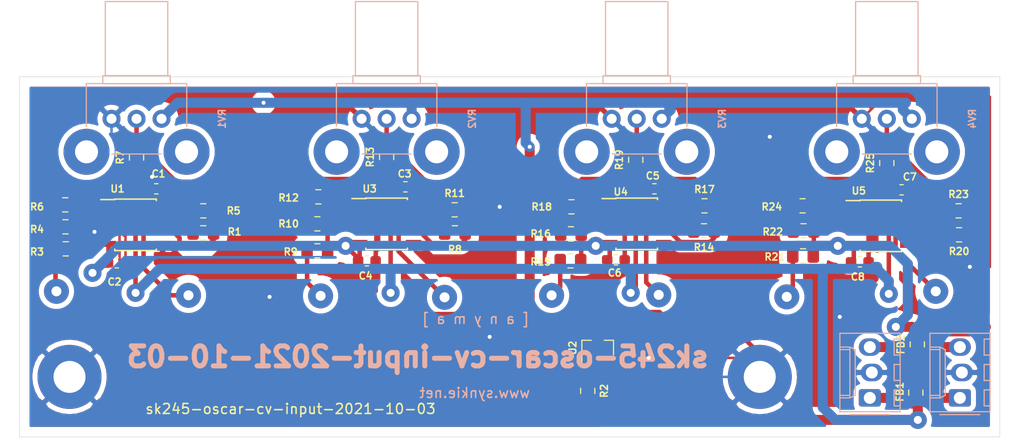
<source format=kicad_pcb>
(kicad_pcb (version 20171130) (host pcbnew "(5.1.5-0-10_14)")
  (layers (0 F.Cu signal) (31 B.Cu signal) (34 B.Paste user) (35 F.Paste user) (36 B.SilkS user) (37 F.SilkS user) (38 B.Mask user) (39 F.Mask user) (44 Edge.Cuts user))
  (net 0 "")
  (net 1 GND)
  (net 2 +5V)
  (net 3 -5V)
  (net 4 "Net-(FB1-Pad1)")
  (net 5 "Net-(FB2-Pad1)")
  (net 6 "Net-(J2-Pad1)")
  (net 7 "Net-(J3-Pad1)")
  (net 8 "Net-(R1-Pad1)")
  (net 9 +1V0)
  (net 10 "Net-(R3-Pad1)")
  (net 11 "Net-(R4-Pad1)")
  (net 12 "Net-(R7-Pad2)")
  (net 13 "Net-(J5-Pad1)")
  (net 14 "Net-(J6-Pad1)")
  (net 15 "Net-(R11-Pad2)")
  (net 16 "Net-(R10-Pad2)")
  (net 17 "Net-(R10-Pad1)")
  (net 18 "Net-(R13-Pad2)")
  (net 19 "Net-(J7-Pad1)")
  (net 20 "Net-(J8-Pad1)")
  (net 21 "Net-(R14-Pad1)")
  (net 22 "Net-(R15-Pad1)")
  (net 23 "Net-(R16-Pad1)")
  (net 24 "Net-(R19-Pad2)")
  (net 25 "Net-(J9-Pad1)")
  (net 26 "Net-(J10-Pad1)")
  (net 27 "Net-(R20-Pad1)")
  (net 28 "Net-(R21-Pad1)")
  (net 29 "Net-(R22-Pad1)")
  (net 30 "Net-(R25-Pad2)")
  (module synkie_footprints:L_0805_2012Metric_Pad1.15x1.40mm_HandSolder (layer F.Cu) (at 162.75 139.75 90)
    (fp_text reference FB2 (at 0 -1.65 90) (layer F.SilkS) (effects (font (size 0.7 0.7))))
    (fp_text value Ferrite_Bead)
    (pad 1 smd roundrect (at -1.025 0 90) (size 1.15 1.4) (layers F.Cu F.Paste F.Mask) (roundrect_rratio 0.217391) (net 5 "Net-(FB2-Pad1)"))
    (pad 2 smd roundrect (at 1.025 0 90) (size 1.15 1.4) (layers F.Cu F.Paste F.Mask) (roundrect_rratio 0.217391) (net 3 -5V))
  )
  (module synkie_footprints:SOT-23 (layer F.Cu) (at 130.8 140.1 90)
    (fp_text reference U2 (at 0 -2.5 90) (layer F.SilkS) (effects (font (size 0.7 0.7))))
    (fp_text value ADR510)
    (pad 3 smd rect (at 1 0 90) (size 0.9 0.8) (layers F.Cu F.Paste F.Mask))
    (pad 2 smd rect (at -1 0.95 90) (size 0.9 0.8) (layers F.Cu F.Paste F.Mask) (net 1 GND))
    (pad 1 smd rect (at -1 -0.95 90) (size 0.9 0.8) (layers F.Cu F.Paste F.Mask) (net 9 +1V0))
  )
  (module synkie_footprints:R_0805_2012Metric_Pad1.15x1.40mm_HandSolder (layer F.Cu) (at 129.8 144.4 270)
    (fp_text reference R2 (at 0 -1.65 90) (layer F.SilkS) (effects (font (size 0.7 0.7))))
    (fp_text value 10k)
    (pad 2 smd roundrect (at 1.025 0 270) (size 1.15 1.4) (layers F.Cu F.Paste F.Mask) (roundrect_rratio 0.217391) (net 2 +5V))
    (pad 1 smd roundrect (at -1.025 0 270) (size 1.15 1.4) (layers F.Cu F.Paste F.Mask) (roundrect_rratio 0.217391) (net 9 +1V0))
  )
  (module MountingHole:MountingHole_3.2mm_M3_Pad (layer F.Cu) (at 147 143)
    (fp_text reference H2 hide)
    (fp_text value MountingHole_Pad)
    (pad 1 thru_hole circle (at 0 0) (size 6.4 6.4) (drill 3.2) (layers *.Cu *.Mask) (net 1 GND))
  )
  (module MountingHole:MountingHole_3.2mm_M3_Pad (layer F.Cu) (at 78 143)
    (fp_text reference H1 hide)
    (fp_text value MountingHole_Pad)
    (pad 1 thru_hole circle (at 0 0) (size 6.4 6.4) (drill 3.2) (layers *.Cu *.Mask) (net 1 GND))
  )
  (module synkie_footprints:SOIC-8_3.9x4.9mm_P1.27mm (layer F.Cu) (at 159.1 127.9)
    (fp_text reference U5 (at -2.2 -3.5) (layer F.SilkS) (effects (font (size 0.7 0.7))))
    (fp_text value TL062)
    (pad 8 smd rect (at 2.7 -1.905) (size 1.55 0.6) (layers F.Cu F.Paste F.Mask) (net 2 +5V))
    (pad 7 smd rect (at 2.7 -0.635) (size 1.55 0.6) (layers F.Cu F.Paste F.Mask) (net 26 "Net-(J10-Pad1)"))
    (pad 6 smd rect (at 2.7 0.635) (size 1.55 0.6) (layers F.Cu F.Paste F.Mask) (net 27 "Net-(R20-Pad1)"))
    (pad 5 smd rect (at 2.7 1.905) (size 1.55 0.6) (layers F.Cu F.Paste F.Mask) (net 1 GND))
    (pad 4 smd rect (at -2.7 1.905) (size 1.55 0.6) (layers F.Cu F.Paste F.Mask) (net 3 -5V))
    (pad 3 smd rect (at -2.7 0.635) (size 1.55 0.6) (layers F.Cu F.Paste F.Mask) (net 1 GND))
    (pad 2 smd rect (at -2.7 -0.635) (size 1.55 0.6) (layers F.Cu F.Paste F.Mask) (net 28 "Net-(R21-Pad1)"))
    (pad 1 smd rect (at -2.7 -1.905) (size 1.55 0.6) (layers F.Cu F.Paste F.Mask) (net 29 "Net-(R22-Pad1)"))
  )
  (module synkie_footprints:Potentiometer_Alps_RK09K_Single_Horizontal (layer B.Cu) (at 157.2 117.2 90)
    (fp_text reference RV4 (at 0 11.05 90) (layer B.SilkS) (effects (font (size 0.7 0.7)) (justify mirror)))
    (fp_text value R_POT)
    (pad "" thru_hole circle (at -3.3 -2.5 90) (size 4.6 4.6) (drill 2.3) (layers *.Cu *.Mask))
    (pad "" thru_hole circle (at -3.3 7.5 90) (size 4.6 4.6) (drill 2.3) (layers *.Cu *.Mask))
    (pad 1 thru_hole circle (at 0 0 90) (size 1.8 1.8) (drill 1) (layers *.Cu *.Mask) (net 1 GND))
    (pad 2 thru_hole circle (at 0 2.5 90) (size 1.8 1.8) (drill 1) (layers *.Cu *.Mask) (net 30 "Net-(R25-Pad2)"))
    (pad 3 thru_hole circle (at 0 5 90) (size 1.8 1.8) (drill 1) (layers *.Cu *.Mask) (net 9 +1V0))
  )
  (module synkie_footprints:R_0805_2012Metric_Pad1.15x1.40mm_HandSolder (layer F.Cu) (at 159.7 121.625 90)
    (fp_text reference R25 (at 0 -1.65 90) (layer F.SilkS) (effects (font (size 0.7 0.7))))
    (fp_text value 10k)
    (pad 2 smd roundrect (at 1.025 0 90) (size 1.15 1.4) (layers F.Cu F.Paste F.Mask) (roundrect_rratio 0.217391) (net 30 "Net-(R25-Pad2)"))
    (pad 1 smd roundrect (at -1.025 0 90) (size 1.15 1.4) (layers F.Cu F.Paste F.Mask) (roundrect_rratio 0.217391) (net 28 "Net-(R21-Pad1)"))
  )
  (module synkie_footprints:R_0805_2012Metric_Pad1.15x1.40mm_HandSolder (layer F.Cu) (at 151.275 125.9)
    (fp_text reference R24 (at -3.075 0.1) (layer F.SilkS) (effects (font (size 0.7 0.7))))
    (fp_text value 10k)
    (pad 2 smd roundrect (at 1.025 0) (size 1.15 1.4) (layers F.Cu F.Paste F.Mask) (roundrect_rratio 0.217391) (net 29 "Net-(R22-Pad1)"))
    (pad 1 smd roundrect (at -1.025 0) (size 1.15 1.4) (layers F.Cu F.Paste F.Mask) (roundrect_rratio 0.217391) (net 27 "Net-(R20-Pad1)"))
  )
  (module synkie_footprints:R_0805_2012Metric_Pad1.15x1.40mm_HandSolder (layer F.Cu) (at 166.875 126.4)
    (fp_text reference R23 (at 0 -1.65) (layer F.SilkS) (effects (font (size 0.7 0.7))))
    (fp_text value 100k)
    (pad 2 smd roundrect (at 1.025 0) (size 1.15 1.4) (layers F.Cu F.Paste F.Mask) (roundrect_rratio 0.217391) (net 27 "Net-(R20-Pad1)"))
    (pad 1 smd roundrect (at -1.025 0) (size 1.15 1.4) (layers F.Cu F.Paste F.Mask) (roundrect_rratio 0.217391) (net 26 "Net-(J10-Pad1)"))
  )
  (module synkie_footprints:R_0805_2012Metric_Pad1.15x1.40mm_HandSolder (layer F.Cu) (at 151.375 128.4)
    (fp_text reference R22 (at -3.075 0.1) (layer F.SilkS) (effects (font (size 0.7 0.7))))
    (fp_text value 10k)
    (pad 2 smd roundrect (at 1.025 0) (size 1.15 1.4) (layers F.Cu F.Paste F.Mask) (roundrect_rratio 0.217391) (net 28 "Net-(R21-Pad1)"))
    (pad 1 smd roundrect (at -1.025 0) (size 1.15 1.4) (layers F.Cu F.Paste F.Mask) (roundrect_rratio 0.217391) (net 29 "Net-(R22-Pad1)"))
  )
  (module synkie_footprints:R_0805_2012Metric_Pad1.15x1.40mm_HandSolder (layer F.Cu) (at 151.325 130.9 180)
    (fp_text reference R21 (at 2.825 -0.1) (layer F.SilkS) (effects (font (size 0.7 0.7))))
    (fp_text value 10k)
    (pad 2 smd roundrect (at 1.025 0 180) (size 1.15 1.4) (layers F.Cu F.Paste F.Mask) (roundrect_rratio 0.217391) (net 25 "Net-(J9-Pad1)"))
    (pad 1 smd roundrect (at -1.025 0 180) (size 1.15 1.4) (layers F.Cu F.Paste F.Mask) (roundrect_rratio 0.217391) (net 28 "Net-(R21-Pad1)"))
  )
  (module synkie_footprints:R_0805_2012Metric_Pad1.15x1.40mm_HandSolder (layer F.Cu) (at 166.925 128.8 180)
    (fp_text reference R20 (at 0 -1.65) (layer F.SilkS) (effects (font (size 0.7 0.7))))
    (fp_text value 100k)
    (pad 2 smd roundrect (at 1.025 0 180) (size 1.15 1.4) (layers F.Cu F.Paste F.Mask) (roundrect_rratio 0.217391) (net 2 +5V))
    (pad 1 smd roundrect (at -1.025 0 180) (size 1.15 1.4) (layers F.Cu F.Paste F.Mask) (roundrect_rratio 0.217391) (net 27 "Net-(R20-Pad1)"))
  )
  (module synkie_footprints:Solderpad_1mm (layer F.Cu) (at 165.1 134.7)
    (fp_text reference J10 hide)
    (fp_text value "CV-OUT(-5V to +5V)")
    (pad 1 thru_hole circle (at -0.508 -0.254) (size 2.5 2.5) (drill 1) (layers *.Cu *.Mask) (net 26 "Net-(J10-Pad1)"))
  )
  (module synkie_footprints:Solderpad_1mm (layer F.Cu) (at 150.208 135.254)
    (fp_text reference J9 hide)
    (fp_text value "CV-IN-(0V-1V)")
    (pad 1 thru_hole circle (at -0.508 -0.254) (size 2.5 2.5) (drill 1) (layers *.Cu *.Mask) (net 25 "Net-(J9-Pad1)"))
  )
  (module synkie_footprints:C_0603_1608Metric_Pad1.05x0.95mm_HandSolder (layer F.Cu) (at 157 131.5)
    (fp_text reference C8 (at -0.2 1.5) (layer F.SilkS) (effects (font (size 0.7 0.7))))
    (fp_text value 100n)
    (pad 2 smd roundrect (at 0.875 0) (size 1.05 0.95) (layers F.Cu F.Paste F.Mask) (net 1 GND))
    (pad 1 smd roundrect (at -0.875 0) (size 1.05 0.95) (layers F.Cu F.Paste F.Mask) (net 3 -5V))
  )
  (module synkie_footprints:C_0603_1608Metric_Pad1.05x0.95mm_HandSolder (layer F.Cu) (at 161.175 124.3 180)
    (fp_text reference C7 (at -0.825 1.3) (layer F.SilkS) (effects (font (size 0.7 0.7))))
    (fp_text value 100n)
    (pad 2 smd roundrect (at 0.875 0 180) (size 1.05 0.95) (layers F.Cu F.Paste F.Mask) (net 1 GND))
    (pad 1 smd roundrect (at -0.875 0 180) (size 1.05 0.95) (layers F.Cu F.Paste F.Mask) (net 2 +5V))
  )
  (module synkie_footprints:SOIC-8_3.9x4.9mm_P1.27mm (layer F.Cu) (at 134.7 127.7)
    (fp_text reference U4 (at -1.6 -3.2) (layer F.SilkS) (effects (font (size 0.7 0.7))))
    (fp_text value TL062)
    (pad 8 smd rect (at 2.7 -1.905) (size 1.55 0.6) (layers F.Cu F.Paste F.Mask) (net 2 +5V))
    (pad 7 smd rect (at 2.7 -0.635) (size 1.55 0.6) (layers F.Cu F.Paste F.Mask) (net 20 "Net-(J8-Pad1)"))
    (pad 6 smd rect (at 2.7 0.635) (size 1.55 0.6) (layers F.Cu F.Paste F.Mask) (net 21 "Net-(R14-Pad1)"))
    (pad 5 smd rect (at 2.7 1.905) (size 1.55 0.6) (layers F.Cu F.Paste F.Mask) (net 1 GND))
    (pad 4 smd rect (at -2.7 1.905) (size 1.55 0.6) (layers F.Cu F.Paste F.Mask) (net 3 -5V))
    (pad 3 smd rect (at -2.7 0.635) (size 1.55 0.6) (layers F.Cu F.Paste F.Mask) (net 1 GND))
    (pad 2 smd rect (at -2.7 -0.635) (size 1.55 0.6) (layers F.Cu F.Paste F.Mask) (net 22 "Net-(R15-Pad1)"))
    (pad 1 smd rect (at -2.7 -1.905) (size 1.55 0.6) (layers F.Cu F.Paste F.Mask) (net 23 "Net-(R16-Pad1)"))
  )
  (module synkie_footprints:Potentiometer_Alps_RK09K_Single_Horizontal (layer B.Cu) (at 132.2 117.2 90)
    (fp_text reference RV3 (at 0 11.05 90) (layer B.SilkS) (effects (font (size 0.7 0.7)) (justify mirror)))
    (fp_text value R_POT)
    (pad "" thru_hole circle (at -3.3 -2.5 90) (size 4.6 4.6) (drill 2.3) (layers *.Cu *.Mask))
    (pad "" thru_hole circle (at -3.3 7.5 90) (size 4.6 4.6) (drill 2.3) (layers *.Cu *.Mask))
    (pad 1 thru_hole circle (at 0 0 90) (size 1.8 1.8) (drill 1) (layers *.Cu *.Mask) (net 1 GND))
    (pad 2 thru_hole circle (at 0 2.5 90) (size 1.8 1.8) (drill 1) (layers *.Cu *.Mask) (net 24 "Net-(R19-Pad2)"))
    (pad 3 thru_hole circle (at 0 5 90) (size 1.8 1.8) (drill 1) (layers *.Cu *.Mask) (net 9 +1V0))
  )
  (module synkie_footprints:R_0805_2012Metric_Pad1.15x1.40mm_HandSolder (layer F.Cu) (at 134.6 121.3 90)
    (fp_text reference R19 (at 0 -1.65 90) (layer F.SilkS) (effects (font (size 0.7 0.7))))
    (fp_text value 10k)
    (pad 2 smd roundrect (at 1.025 0 90) (size 1.15 1.4) (layers F.Cu F.Paste F.Mask) (roundrect_rratio 0.217391) (net 24 "Net-(R19-Pad2)"))
    (pad 1 smd roundrect (at -1.025 0 90) (size 1.15 1.4) (layers F.Cu F.Paste F.Mask) (roundrect_rratio 0.217391) (net 22 "Net-(R15-Pad1)"))
  )
  (module synkie_footprints:R_0805_2012Metric_Pad1.15x1.40mm_HandSolder (layer F.Cu) (at 128.175 126)
    (fp_text reference R18 (at -2.975 0) (layer F.SilkS) (effects (font (size 0.7 0.7))))
    (fp_text value 10k)
    (pad 2 smd roundrect (at 1.025 0) (size 1.15 1.4) (layers F.Cu F.Paste F.Mask) (roundrect_rratio 0.217391) (net 23 "Net-(R16-Pad1)"))
    (pad 1 smd roundrect (at -1.025 0) (size 1.15 1.4) (layers F.Cu F.Paste F.Mask) (roundrect_rratio 0.217391) (net 21 "Net-(R14-Pad1)"))
  )
  (module synkie_footprints:R_0805_2012Metric_Pad1.15x1.40mm_HandSolder (layer F.Cu) (at 141.475 125.9)
    (fp_text reference R17 (at 0 -1.65) (layer F.SilkS) (effects (font (size 0.7 0.7))))
    (fp_text value 100k)
    (pad 2 smd roundrect (at 1.025 0) (size 1.15 1.4) (layers F.Cu F.Paste F.Mask) (roundrect_rratio 0.217391) (net 21 "Net-(R14-Pad1)"))
    (pad 1 smd roundrect (at -1.025 0) (size 1.15 1.4) (layers F.Cu F.Paste F.Mask) (roundrect_rratio 0.217391) (net 20 "Net-(J8-Pad1)"))
  )
  (module synkie_footprints:R_0805_2012Metric_Pad1.15x1.40mm_HandSolder (layer F.Cu) (at 128.125 128.7)
    (fp_text reference R16 (at -3.025 0) (layer F.SilkS) (effects (font (size 0.7 0.7))))
    (fp_text value 10k)
    (pad 2 smd roundrect (at 1.025 0) (size 1.15 1.4) (layers F.Cu F.Paste F.Mask) (roundrect_rratio 0.217391) (net 22 "Net-(R15-Pad1)"))
    (pad 1 smd roundrect (at -1.025 0) (size 1.15 1.4) (layers F.Cu F.Paste F.Mask) (roundrect_rratio 0.217391) (net 23 "Net-(R16-Pad1)"))
  )
  (module synkie_footprints:R_0805_2012Metric_Pad1.15x1.40mm_HandSolder (layer F.Cu) (at 128.075 131.4 180)
    (fp_text reference R15 (at 2.975 -0.1) (layer F.SilkS) (effects (font (size 0.7 0.7))))
    (fp_text value 10k)
    (pad 2 smd roundrect (at 1.025 0 180) (size 1.15 1.4) (layers F.Cu F.Paste F.Mask) (roundrect_rratio 0.217391) (net 19 "Net-(J7-Pad1)"))
    (pad 1 smd roundrect (at -1.025 0 180) (size 1.15 1.4) (layers F.Cu F.Paste F.Mask) (roundrect_rratio 0.217391) (net 22 "Net-(R15-Pad1)"))
  )
  (module synkie_footprints:R_0805_2012Metric_Pad1.15x1.40mm_HandSolder (layer F.Cu) (at 141.425 128.4 180)
    (fp_text reference R14 (at 0 -1.65) (layer F.SilkS) (effects (font (size 0.7 0.7))))
    (fp_text value 100k)
    (pad 2 smd roundrect (at 1.025 0 180) (size 1.15 1.4) (layers F.Cu F.Paste F.Mask) (roundrect_rratio 0.217391) (net 2 +5V))
    (pad 1 smd roundrect (at -1.025 0 180) (size 1.15 1.4) (layers F.Cu F.Paste F.Mask) (roundrect_rratio 0.217391) (net 21 "Net-(R14-Pad1)"))
  )
  (module synkie_footprints:Solderpad_1mm (layer F.Cu) (at 137.408 135.054)
    (fp_text reference J8 hide)
    (fp_text value "CV-OUT(-5V to +5V)")
    (pad 1 thru_hole circle (at -0.508 -0.254) (size 2.5 2.5) (drill 1) (layers *.Cu *.Mask) (net 20 "Net-(J8-Pad1)"))
  )
  (module synkie_footprints:Solderpad_1mm (layer F.Cu) (at 126.7 135.1)
    (fp_text reference J7 hide)
    (fp_text value "CV-IN-(0V-1V)")
    (pad 1 thru_hole circle (at -0.508 -0.254) (size 2.5 2.5) (drill 1) (layers *.Cu *.Mask) (net 19 "Net-(J7-Pad1)"))
  )
  (module synkie_footprints:C_0603_1608Metric_Pad1.05x0.95mm_HandSolder (layer F.Cu) (at 132.625 131.3)
    (fp_text reference C6 (at -0.125 1.3) (layer F.SilkS) (effects (font (size 0.7 0.7))))
    (fp_text value 100n)
    (pad 2 smd roundrect (at 0.875 0) (size 1.05 0.95) (layers F.Cu F.Paste F.Mask) (net 1 GND))
    (pad 1 smd roundrect (at -0.875 0) (size 1.05 0.95) (layers F.Cu F.Paste F.Mask) (net 3 -5V))
  )
  (module synkie_footprints:C_0603_1608Metric_Pad1.05x0.95mm_HandSolder (layer F.Cu) (at 136.475 124.2 180)
    (fp_text reference C5 (at 0.175 1.3) (layer F.SilkS) (effects (font (size 0.7 0.7))))
    (fp_text value 100n)
    (pad 2 smd roundrect (at 0.875 0 180) (size 1.05 0.95) (layers F.Cu F.Paste F.Mask) (net 1 GND))
    (pad 1 smd roundrect (at -0.875 0 180) (size 1.05 0.95) (layers F.Cu F.Paste F.Mask) (net 2 +5V))
  )
  (module synkie_footprints:SOIC-8_3.9x4.9mm_P1.27mm (layer F.Cu) (at 109.7 127.7)
    (fp_text reference U3 (at -1.7 -3.5) (layer F.SilkS) (effects (font (size 0.7 0.7))))
    (fp_text value TL062)
    (pad 8 smd rect (at 2.7 -1.905) (size 1.55 0.6) (layers F.Cu F.Paste F.Mask) (net 2 +5V))
    (pad 7 smd rect (at 2.7 -0.635) (size 1.55 0.6) (layers F.Cu F.Paste F.Mask) (net 14 "Net-(J6-Pad1)"))
    (pad 6 smd rect (at 2.7 0.635) (size 1.55 0.6) (layers F.Cu F.Paste F.Mask) (net 15 "Net-(R11-Pad2)"))
    (pad 5 smd rect (at 2.7 1.905) (size 1.55 0.6) (layers F.Cu F.Paste F.Mask) (net 1 GND))
    (pad 4 smd rect (at -2.7 1.905) (size 1.55 0.6) (layers F.Cu F.Paste F.Mask) (net 3 -5V))
    (pad 3 smd rect (at -2.7 0.635) (size 1.55 0.6) (layers F.Cu F.Paste F.Mask) (net 1 GND))
    (pad 2 smd rect (at -2.7 -0.635) (size 1.55 0.6) (layers F.Cu F.Paste F.Mask) (net 16 "Net-(R10-Pad2)"))
    (pad 1 smd rect (at -2.7 -1.905) (size 1.55 0.6) (layers F.Cu F.Paste F.Mask) (net 17 "Net-(R10-Pad1)"))
  )
  (module synkie_footprints:Potentiometer_Alps_RK09K_Single_Horizontal (layer B.Cu) (at 107.2 117.2 90)
    (fp_text reference RV2 (at 0 11.05 90) (layer B.SilkS) (effects (font (size 0.7 0.7)) (justify mirror)))
    (fp_text value R_POT)
    (pad "" thru_hole circle (at -3.3 -2.5 90) (size 4.6 4.6) (drill 2.3) (layers *.Cu *.Mask))
    (pad "" thru_hole circle (at -3.3 7.5 90) (size 4.6 4.6) (drill 2.3) (layers *.Cu *.Mask))
    (pad 1 thru_hole circle (at 0 0 90) (size 1.8 1.8) (drill 1) (layers *.Cu *.Mask) (net 1 GND))
    (pad 2 thru_hole circle (at 0 2.5 90) (size 1.8 1.8) (drill 1) (layers *.Cu *.Mask) (net 18 "Net-(R13-Pad2)"))
    (pad 3 thru_hole circle (at 0 5 90) (size 1.8 1.8) (drill 1) (layers *.Cu *.Mask) (net 9 +1V0))
  )
  (module synkie_footprints:R_0805_2012Metric_Pad1.15x1.40mm_HandSolder (layer F.Cu) (at 109.7 121.025 90)
    (fp_text reference R13 (at 0 -1.65 90) (layer F.SilkS) (effects (font (size 0.7 0.7))))
    (fp_text value 10k)
    (pad 2 smd roundrect (at 1.025 0 90) (size 1.15 1.4) (layers F.Cu F.Paste F.Mask) (roundrect_rratio 0.217391) (net 18 "Net-(R13-Pad2)"))
    (pad 1 smd roundrect (at -1.025 0 90) (size 1.15 1.4) (layers F.Cu F.Paste F.Mask) (roundrect_rratio 0.217391) (net 16 "Net-(R10-Pad2)"))
  )
  (module synkie_footprints:R_0805_2012Metric_Pad1.15x1.40mm_HandSolder (layer F.Cu) (at 102.875 125)
    (fp_text reference R12 (at -2.975 0.1) (layer F.SilkS) (effects (font (size 0.7 0.7))))
    (fp_text value 10k)
    (pad 2 smd roundrect (at 1.025 0) (size 1.15 1.4) (layers F.Cu F.Paste F.Mask) (roundrect_rratio 0.217391) (net 17 "Net-(R10-Pad1)"))
    (pad 1 smd roundrect (at -1.025 0) (size 1.15 1.4) (layers F.Cu F.Paste F.Mask) (roundrect_rratio 0.217391) (net 15 "Net-(R11-Pad2)"))
  )
  (module synkie_footprints:R_0805_2012Metric_Pad1.15x1.40mm_HandSolder (layer F.Cu) (at 116.5 126.3)
    (fp_text reference R11 (at 0 -1.65) (layer F.SilkS) (effects (font (size 0.7 0.7))))
    (fp_text value 100k)
    (pad 2 smd roundrect (at 1.025 0) (size 1.15 1.4) (layers F.Cu F.Paste F.Mask) (roundrect_rratio 0.217391) (net 15 "Net-(R11-Pad2)"))
    (pad 1 smd roundrect (at -1.025 0) (size 1.15 1.4) (layers F.Cu F.Paste F.Mask) (roundrect_rratio 0.217391) (net 14 "Net-(J6-Pad1)"))
  )
  (module synkie_footprints:R_0805_2012Metric_Pad1.15x1.40mm_HandSolder (layer F.Cu) (at 102.775 127.7)
    (fp_text reference R10 (at -2.875 0) (layer F.SilkS) (effects (font (size 0.7 0.7))))
    (fp_text value 10k)
    (pad 2 smd roundrect (at 1.025 0) (size 1.15 1.4) (layers F.Cu F.Paste F.Mask) (roundrect_rratio 0.217391) (net 16 "Net-(R10-Pad2)"))
    (pad 1 smd roundrect (at -1.025 0) (size 1.15 1.4) (layers F.Cu F.Paste F.Mask) (roundrect_rratio 0.217391) (net 17 "Net-(R10-Pad1)"))
  )
  (module synkie_footprints:R_0805_2012Metric_Pad1.15x1.40mm_HandSolder (layer F.Cu) (at 102.775 130.4 180)
    (fp_text reference R9 (at 2.675 -0.1) (layer F.SilkS) (effects (font (size 0.7 0.7))))
    (fp_text value 10k)
    (pad 2 smd roundrect (at 1.025 0 180) (size 1.15 1.4) (layers F.Cu F.Paste F.Mask) (roundrect_rratio 0.217391) (net 13 "Net-(J5-Pad1)"))
    (pad 1 smd roundrect (at -1.025 0 180) (size 1.15 1.4) (layers F.Cu F.Paste F.Mask) (roundrect_rratio 0.217391) (net 16 "Net-(R10-Pad2)"))
  )
  (module synkie_footprints:R_0805_2012Metric_Pad1.15x1.40mm_HandSolder (layer F.Cu) (at 116.525 128.6 180)
    (fp_text reference R8 (at 0 -1.65) (layer F.SilkS) (effects (font (size 0.7 0.7))))
    (fp_text value 100k)
    (pad 2 smd roundrect (at 1.025 0 180) (size 1.15 1.4) (layers F.Cu F.Paste F.Mask) (roundrect_rratio 0.217391) (net 2 +5V))
    (pad 1 smd roundrect (at -1.025 0 180) (size 1.15 1.4) (layers F.Cu F.Paste F.Mask) (roundrect_rratio 0.217391) (net 15 "Net-(R11-Pad2)"))
  )
  (module synkie_footprints:Solderpad_1mm (layer F.Cu) (at 116 135.3)
    (fp_text reference J6 hide)
    (fp_text value "CV-OUT(-5V to +5V)")
    (pad 1 thru_hole circle (at -0.508 -0.254) (size 2.5 2.5) (drill 1) (layers *.Cu *.Mask) (net 14 "Net-(J6-Pad1)"))
  )
  (module synkie_footprints:Solderpad_1mm (layer F.Cu) (at 103.608 135.154)
    (fp_text reference J5 hide)
    (fp_text value "CV-IN-(0V-1V)")
    (pad 1 thru_hole circle (at -0.508 -0.254) (size 2.5 2.5) (drill 1) (layers *.Cu *.Mask) (net 13 "Net-(J5-Pad1)"))
  )
  (module synkie_footprints:C_0603_1608Metric_Pad1.05x0.95mm_HandSolder (layer F.Cu) (at 107.725 131.4)
    (fp_text reference C4 (at -0.125 1.5) (layer F.SilkS) (effects (font (size 0.7 0.7))))
    (fp_text value 100n)
    (pad 2 smd roundrect (at 0.875 0) (size 1.05 0.95) (layers F.Cu F.Paste F.Mask) (net 1 GND))
    (pad 1 smd roundrect (at -0.875 0) (size 1.05 0.95) (layers F.Cu F.Paste F.Mask) (net 3 -5V))
  )
  (module synkie_footprints:C_0603_1608Metric_Pad1.05x0.95mm_HandSolder (layer F.Cu) (at 111.575 124 180)
    (fp_text reference C3 (at 0.075 1.3) (layer F.SilkS) (effects (font (size 0.7 0.7))))
    (fp_text value 100n)
    (pad 2 smd roundrect (at 0.875 0 180) (size 1.05 0.95) (layers F.Cu F.Paste F.Mask) (net 1 GND))
    (pad 1 smd roundrect (at -0.875 0 180) (size 1.05 0.95) (layers F.Cu F.Paste F.Mask) (net 2 +5V))
  )
  (module synkie_footprints:SOIC-8_3.9x4.9mm_P1.27mm (layer F.Cu) (at 84.6 127.8)
    (fp_text reference U1 (at -1.8 -3.6) (layer F.SilkS) (effects (font (size 0.7 0.7))))
    (fp_text value TL062)
    (pad 8 smd rect (at 2.7 -1.905) (size 1.55 0.6) (layers F.Cu F.Paste F.Mask) (net 2 +5V))
    (pad 7 smd rect (at 2.7 -0.635) (size 1.55 0.6) (layers F.Cu F.Paste F.Mask) (net 7 "Net-(J3-Pad1)"))
    (pad 6 smd rect (at 2.7 0.635) (size 1.55 0.6) (layers F.Cu F.Paste F.Mask) (net 8 "Net-(R1-Pad1)"))
    (pad 5 smd rect (at 2.7 1.905) (size 1.55 0.6) (layers F.Cu F.Paste F.Mask) (net 1 GND))
    (pad 4 smd rect (at -2.7 1.905) (size 1.55 0.6) (layers F.Cu F.Paste F.Mask) (net 3 -5V))
    (pad 3 smd rect (at -2.7 0.635) (size 1.55 0.6) (layers F.Cu F.Paste F.Mask) (net 1 GND))
    (pad 2 smd rect (at -2.7 -0.635) (size 1.55 0.6) (layers F.Cu F.Paste F.Mask) (net 10 "Net-(R3-Pad1)"))
    (pad 1 smd rect (at -2.7 -1.905) (size 1.55 0.6) (layers F.Cu F.Paste F.Mask) (net 11 "Net-(R4-Pad1)"))
  )
  (module synkie_footprints:Potentiometer_Alps_RK09K_Single_Horizontal (layer B.Cu) (at 82.2 117.2 90)
    (fp_text reference RV1 (at 0 11.05 90) (layer B.SilkS) (effects (font (size 0.7 0.7)) (justify mirror)))
    (fp_text value R_POT)
    (pad "" thru_hole circle (at -3.3 -2.5 90) (size 4.6 4.6) (drill 2.3) (layers *.Cu *.Mask))
    (pad "" thru_hole circle (at -3.3 7.5 90) (size 4.6 4.6) (drill 2.3) (layers *.Cu *.Mask))
    (pad 1 thru_hole circle (at 0 0 90) (size 1.8 1.8) (drill 1) (layers *.Cu *.Mask) (net 1 GND))
    (pad 2 thru_hole circle (at 0 2.5 90) (size 1.8 1.8) (drill 1) (layers *.Cu *.Mask) (net 12 "Net-(R7-Pad2)"))
    (pad 3 thru_hole circle (at 0 5 90) (size 1.8 1.8) (drill 1) (layers *.Cu *.Mask) (net 9 +1V0))
  )
  (module synkie_footprints:R_0805_2012Metric_Pad1.15x1.40mm_HandSolder (layer F.Cu) (at 84.7 121.075 90)
    (fp_text reference R7 (at 0 -1.65 90) (layer F.SilkS) (effects (font (size 0.7 0.7))))
    (fp_text value 10k)
    (pad 2 smd roundrect (at 1.025 0 90) (size 1.15 1.4) (layers F.Cu F.Paste F.Mask) (roundrect_rratio 0.217391) (net 12 "Net-(R7-Pad2)"))
    (pad 1 smd roundrect (at -1.025 0 90) (size 1.15 1.4) (layers F.Cu F.Paste F.Mask) (roundrect_rratio 0.217391) (net 10 "Net-(R3-Pad1)"))
  )
  (module synkie_footprints:R_0805_2012Metric_Pad1.15x1.40mm_HandSolder (layer F.Cu) (at 77.575 125.8)
    (fp_text reference R6 (at -2.825 0.2) (layer F.SilkS) (effects (font (size 0.7 0.7))))
    (fp_text value 10k)
    (pad 2 smd roundrect (at 1.025 0) (size 1.15 1.4) (layers F.Cu F.Paste F.Mask) (roundrect_rratio 0.217391) (net 11 "Net-(R4-Pad1)"))
    (pad 1 smd roundrect (at -1.025 0) (size 1.15 1.4) (layers F.Cu F.Paste F.Mask) (roundrect_rratio 0.217391) (net 8 "Net-(R1-Pad1)"))
  )
  (module synkie_footprints:R_0805_2012Metric_Pad1.15x1.40mm_HandSolder (layer F.Cu) (at 91.375 126.4)
    (fp_text reference R5 (at 3.025 0) (layer F.SilkS) (effects (font (size 0.7 0.7))))
    (fp_text value 100k)
    (pad 2 smd roundrect (at 1.025 0) (size 1.15 1.4) (layers F.Cu F.Paste F.Mask) (roundrect_rratio 0.217391) (net 8 "Net-(R1-Pad1)"))
    (pad 1 smd roundrect (at -1.025 0) (size 1.15 1.4) (layers F.Cu F.Paste F.Mask) (roundrect_rratio 0.217391) (net 7 "Net-(J3-Pad1)"))
  )
  (module synkie_footprints:R_0805_2012Metric_Pad1.15x1.40mm_HandSolder (layer F.Cu) (at 77.6 128)
    (fp_text reference R4 (at -2.85 0.25) (layer F.SilkS) (effects (font (size 0.7 0.7))))
    (fp_text value 10k)
    (pad 2 smd roundrect (at 1.025 0) (size 1.15 1.4) (layers F.Cu F.Paste F.Mask) (roundrect_rratio 0.217391) (net 10 "Net-(R3-Pad1)"))
    (pad 1 smd roundrect (at -1.025 0) (size 1.15 1.4) (layers F.Cu F.Paste F.Mask) (roundrect_rratio 0.217391) (net 11 "Net-(R4-Pad1)"))
  )
  (module synkie_footprints:R_0805_2012Metric_Pad1.15x1.40mm_HandSolder (layer F.Cu) (at 77.625 130.2 180)
    (fp_text reference R3 (at 2.875 -0.3) (layer F.SilkS) (effects (font (size 0.7 0.7))))
    (fp_text value 10k)
    (pad 2 smd roundrect (at 1.025 0 180) (size 1.15 1.4) (layers F.Cu F.Paste F.Mask) (roundrect_rratio 0.217391) (net 6 "Net-(J2-Pad1)"))
    (pad 1 smd roundrect (at -1.025 0 180) (size 1.15 1.4) (layers F.Cu F.Paste F.Mask) (roundrect_rratio 0.217391) (net 10 "Net-(R3-Pad1)"))
  )
  (module synkie_footprints:R_0805_2012Metric_Pad1.15x1.40mm_HandSolder (layer F.Cu) (at 91.375 128.6 180)
    (fp_text reference R1 (at -3.125 0.1) (layer F.SilkS) (effects (font (size 0.7 0.7))))
    (fp_text value 100k)
    (pad 2 smd roundrect (at 1.025 0 180) (size 1.15 1.4) (layers F.Cu F.Paste F.Mask) (roundrect_rratio 0.217391) (net 2 +5V))
    (pad 1 smd roundrect (at -1.025 0 180) (size 1.15 1.4) (layers F.Cu F.Paste F.Mask) (roundrect_rratio 0.217391) (net 8 "Net-(R1-Pad1)"))
  )
  (module synkie_footprints:Molex_KK-254_AE-6410-03A_1x03_P2.54mm_Vertical (layer B.Cu) (at 158 145.1 90)
    (fp_text reference J4 hide)
    (fp_text value Conn_01x03)
    (pad 3 thru_hole oval (at 5.08 0 90) (size 1.74 2.2) (drill 1.2) (layers *.Cu *.Mask) (net 5 "Net-(FB2-Pad1)"))
    (pad 2 thru_hole oval (at 2.54 0.2 90) (size 1.74 2.2) (drill 1.2) (layers *.Cu *.Mask) (net 1 GND))
    (pad 1 thru_hole roundrect (at 0 0 90) (size 1.74 2.2) (drill 1.2) (layers *.Cu *.Mask) (roundrect_rratio 0.143678) (net 4 "Net-(FB1-Pad1)"))
  )
  (module synkie_footprints:Solderpad_1mm (layer F.Cu) (at 90.4 135.1)
    (fp_text reference J3 hide)
    (fp_text value "CV-OUT(-5V to +5V)")
    (pad 1 thru_hole circle (at -0.508 -0.254) (size 2.5 2.5) (drill 1) (layers *.Cu *.Mask) (net 7 "Net-(J3-Pad1)"))
  )
  (module synkie_footprints:Solderpad_1mm (layer F.Cu) (at 77.2 134.7)
    (fp_text reference J2 hide)
    (fp_text value "CV-IN-(0V-1V)")
    (pad 1 thru_hole circle (at -0.508 -0.254) (size 2.5 2.5) (drill 1) (layers *.Cu *.Mask) (net 6 "Net-(J2-Pad1)"))
  )
  (module synkie_footprints:Molex_KK-254_AE-6410-03A_1x03_P2.54mm_Vertical (layer B.Cu) (at 167 145.1 90)
    (fp_text reference J1 hide)
    (fp_text value Conn_01x03)
    (pad 3 thru_hole oval (at 5.08 0 90) (size 1.74 2.2) (drill 1.2) (layers *.Cu *.Mask) (net 5 "Net-(FB2-Pad1)"))
    (pad 2 thru_hole oval (at 2.54 0.2 90) (size 1.74 2.2) (drill 1.2) (layers *.Cu *.Mask) (net 1 GND))
    (pad 1 thru_hole roundrect (at 0 0 90) (size 1.74 2.2) (drill 1.2) (layers *.Cu *.Mask) (roundrect_rratio 0.143678) (net 4 "Net-(FB1-Pad1)"))
  )
  (module synkie_footprints:L_0805_2012Metric_Pad1.15x1.40mm_HandSolder (layer F.Cu) (at 162.6 144.575 270)
    (fp_text reference FB1 (at -0.075 1.6 90) (layer F.SilkS) (effects (font (size 0.7 0.7))))
    (fp_text value Ferrite_Bead)
    (pad 1 smd roundrect (at -1.025 0 270) (size 1.15 1.4) (layers F.Cu F.Paste F.Mask) (roundrect_rratio 0.217391) (net 4 "Net-(FB1-Pad1)"))
    (pad 2 smd roundrect (at 1.025 0 270) (size 1.15 1.4) (layers F.Cu F.Paste F.Mask) (roundrect_rratio 0.217391) (net 2 +5V))
  )
  (module synkie_footprints:C_0603_1608Metric_Pad1.05x0.95mm_HandSolder (layer F.Cu) (at 82.725 131.6)
    (fp_text reference C2 (at -0.225 1.9) (layer F.SilkS) (effects (font (size 0.7 0.7))))
    (fp_text value 100n)
    (pad 2 smd roundrect (at 0.875 0) (size 1.05 0.95) (layers F.Cu F.Paste F.Mask) (net 1 GND))
    (pad 1 smd roundrect (at -0.875 0) (size 1.05 0.95) (layers F.Cu F.Paste F.Mask) (net 3 -5V))
  )
  (module synkie_footprints:C_0603_1608Metric_Pad1.05x0.95mm_HandSolder (layer F.Cu) (at 86.675 124.2 180)
    (fp_text reference C1 (at -0.225 1.5) (layer F.SilkS) (effects (font (size 0.7 0.7))))
    (fp_text value 100n)
    (pad 2 smd roundrect (at 0.875 0 180) (size 1.05 0.95) (layers F.Cu F.Paste F.Mask) (net 1 GND))
    (pad 1 smd roundrect (at -0.875 0 180) (size 1.05 0.95) (layers F.Cu F.Paste F.Mask) (net 2 +5V))
  )
  (gr_text www.synkie.net (at 118.5 144.6) (layer B.SilkS) (effects (font (size 1 1)) (justify mirror)))
  (gr_text "[ a n y m a ]" (at 118.6 137.2) (layer B.SilkS) (effects (font (size 1 1)) (justify mirror)))
  (gr_text sk245-oscar-cv-input-2021-10-03 (at 112.8 141) (layer B.SilkS) (effects (font (size 2 2) (thickness 0.5)) (justify mirror)))
  (gr_text sk245-oscar-cv-input-2021-10-03 (at 100.1 146.2) (layer F.SilkS) (effects (font (size 1 1))))
  (gr_line (start 73 149) (end 73 113) (layer Edge.Cuts) (width 0.05))
  (gr_line (start 171 149) (end 73 149) (layer Edge.Cuts) (width 0.05))
  (gr_line (start 171 113) (end 171 149) (layer Edge.Cuts) (width 0.05))
  (gr_line (start 73 113) (end 171 113) (layer Edge.Cuts) (width 0.05))
  (segment (start 108.6 130.925) (end 108.6 131.4) (width 0.45) (layer F.Cu) (net 1))
  (segment (start 110.35001 125.659242) (end 108.6 127.409252) (width 0.45) (layer F.Cu) (net 1))
  (segment (start 110.35001 124.04999) (end 110.35001 125.659242) (width 0.45) (layer F.Cu) (net 1))
  (segment (start 110.4 124) (end 110.35001 124.04999) (width 0.45) (layer F.Cu) (net 1))
  (segment (start 110.7 124) (end 110.4 124) (width 0.45) (layer F.Cu) (net 1))
  (segment (start 132.565 128.335) (end 132 128.335) (width 0.45) (layer F.Cu) (net 1))
  (segment (start 135.6 124.2) (end 135.6 125.3) (width 0.45) (layer F.Cu) (net 1))
  (segment (start 133.5 127.4) (end 133.5 131.3) (width 0.45) (layer F.Cu) (net 1))
  (segment (start 135.6 125.3) (end 133.5 127.4) (width 0.45) (layer F.Cu) (net 1))
  (segment (start 133.5 127.4) (end 132.565 128.335) (width 0.45) (layer F.Cu) (net 1))
  (segment (start 157.625 128.535) (end 156.4 128.535) (width 0.45) (layer F.Cu) (net 1))
  (segment (start 160.3 125.86) (end 157.625 128.535) (width 0.45) (layer F.Cu) (net 1))
  (segment (start 160.3 124.3) (end 160.3 125.86) (width 0.45) (layer F.Cu) (net 1))
  (segment (start 157.875 128.785) (end 157.875 131.5) (width 0.45) (layer F.Cu) (net 1))
  (segment (start 157.625 128.535) (end 157.875 128.785) (width 0.45) (layer F.Cu) (net 1))
  (segment (start 108.225 128.335) (end 108.49 128.6) (width 0.45) (layer F.Cu) (net 1))
  (segment (start 107 128.335) (end 108.225 128.335) (width 0.45) (layer F.Cu) (net 1))
  (segment (start 108.49 128.6) (end 108.7 128.6) (width 0.45) (layer F.Cu) (net 1))
  (segment (start 108.7 128.6) (end 108.6 130.925) (width 0.45) (layer F.Cu) (net 1))
  (segment (start 108.6 127.409252) (end 108.7 128.6) (width 0.45) (layer F.Cu) (net 1))
  (segment (start 128.753999 136.521001) (end 133.5 131.775) (width 0.45) (layer F.Cu) (net 1))
  (segment (start 112.875 129.605) (end 119.791001 136.521001) (width 0.45) (layer F.Cu) (net 1))
  (segment (start 133.5 131.775) (end 133.5 131.3) (width 0.45) (layer F.Cu) (net 1))
  (segment (start 112.4 129.605) (end 112.875 129.605) (width 0.45) (layer F.Cu) (net 1))
  (segment (start 136.978999 136.521001) (end 137.783008 137.32501) (width 0.45) (layer F.Cu) (net 1))
  (segment (start 128.278999 136.521001) (end 136.978999 136.521001) (width 0.45) (layer F.Cu) (net 1))
  (segment (start 128.278999 136.521001) (end 128.753999 136.521001) (width 0.45) (layer F.Cu) (net 1))
  (segment (start 157.85 142.56) (end 159.4 142.56) (width 0.45) (layer F.Cu) (net 1))
  (segment (start 157.67499 142.38499) (end 157.85 142.56) (width 0.45) (layer F.Cu) (net 1))
  (segment (start 160.96001 142.54999) (end 160.95 142.56) (width 0.45) (layer F.Cu) (net 1))
  (segment (start 165.63999 142.54999) (end 160.96001 142.54999) (width 0.45) (layer F.Cu) (net 1))
  (segment (start 160.95 142.56) (end 159.4 142.56) (width 0.45) (layer F.Cu) (net 1))
  (segment (start 165.65 142.56) (end 165.63999 142.54999) (width 0.45) (layer F.Cu) (net 1))
  (segment (start 167.2 142.56) (end 165.65 142.56) (width 0.45) (layer F.Cu) (net 1))
  (segment (start 137.4 130.355) (end 139.2 132.155) (width 0.45) (layer F.Cu) (net 1))
  (segment (start 137.4 129.605) (end 137.4 130.355) (width 0.45) (layer F.Cu) (net 1))
  (segment (start 139.2 132.155) (end 139.2 137.2) (width 0.45) (layer F.Cu) (net 1))
  (segment (start 137.783008 137.32501) (end 139.2 137.2) (width 0.45) (layer F.Cu) (net 1))
  (segment (start 145.4 137.2) (end 145.4 139.11) (width 0.45) (layer F.Cu) (net 1))
  (segment (start 145.4 139.11) (end 148.85 142.56) (width 0.45) (layer F.Cu) (net 1))
  (segment (start 139.2 137.2) (end 145.4 137.2) (width 0.45) (layer F.Cu) (net 1))
  (segment (start 157.875 131.975) (end 153 136.85) (width 0.25) (layer F.Cu) (net 1))
  (segment (start 157.875 131.5) (end 157.875 131.975) (width 0.25) (layer F.Cu) (net 1))
  (segment (start 153 137) (end 147 143) (width 0.25) (layer F.Cu) (net 1))
  (segment (start 153 136.85) (end 153 137) (width 0.25) (layer F.Cu) (net 1))
  (via (at 120 139) (size 0.8) (drill 0.4) (layers F.Cu B.Cu) (net 1))
  (segment (start 120.508859 136.491141) (end 120.508859 138.491141) (width 0.25) (layer F.Cu) (net 1))
  (segment (start 120.508859 138.491141) (end 120 139) (width 0.25) (layer F.Cu) (net 1))
  (segment (start 119.791001 136.521001) (end 120.508859 136.491141) (width 0.45) (layer F.Cu) (net 1))
  (segment (start 124 143) (end 147 143) (width 0.25) (layer B.Cu) (net 1))
  (segment (start 120 139) (end 124 143) (width 0.25) (layer B.Cu) (net 1))
  (segment (start 145.1 141.1) (end 147 143) (width 0.25) (layer F.Cu) (net 1))
  (segment (start 131.75 141.1) (end 135.9 141.1) (width 0.25) (layer F.Cu) (net 1))
  (segment (start 83.6 131.125) (end 83.6 131.6) (width 0.25) (layer F.Cu) (net 1))
  (segment (start 83.6 127.26783) (end 83.6 131.125) (width 0.25) (layer F.Cu) (net 1))
  (segment (start 85.8 125.06783) (end 83.6 127.26783) (width 0.25) (layer F.Cu) (net 1))
  (segment (start 85.8 124.2) (end 85.8 125.06783) (width 0.25) (layer F.Cu) (net 1))
  (segment (start 83.000001 128.510001) (end 83.000001 137.999999) (width 0.25) (layer F.Cu) (net 1))
  (segment (start 81.199999 139.800001) (end 78 143) (width 0.25) (layer F.Cu) (net 1))
  (segment (start 83.000001 137.999999) (end 81.199999 139.800001) (width 0.25) (layer F.Cu) (net 1))
  (segment (start 82.925 128.435) (end 83.000001 128.510001) (width 0.25) (layer F.Cu) (net 1))
  (segment (start 81.9 128.435) (end 82.925 128.435) (width 0.25) (layer F.Cu) (net 1))
  (segment (start 96.07 138) (end 102.479002 138) (width 0.45) (layer F.Cu) (net 1))
  (segment (start 87.775 129.705) (end 96.07 138) (width 0.45) (layer F.Cu) (net 1))
  (segment (start 87.3 129.705) (end 87.775 129.705) (width 0.45) (layer F.Cu) (net 1))
  (segment (start 122.7 136.4) (end 120.508859 136.491141) (width 0.45) (layer F.Cu) (net 1))
  (segment (start 106.278999 136.721001) (end 122.378999 136.721001) (width 0.45) (layer F.Cu) (net 1))
  (segment (start 105 138) (end 106.278999 136.721001) (width 0.45) (layer F.Cu) (net 1))
  (segment (start 122.378999 136.721001) (end 122.7 136.4) (width 0.45) (layer F.Cu) (net 1))
  (segment (start 102.479002 138) (end 105 138) (width 0.45) (layer F.Cu) (net 1))
  (segment (start 108.6 131.875) (end 108.6 131.4) (width 0.45) (layer F.Cu) (net 1))
  (segment (start 108.6 134.4) (end 108.6 131.875) (width 0.45) (layer F.Cu) (net 1))
  (segment (start 104 139) (end 108.6 134.4) (width 0.45) (layer F.Cu) (net 1))
  (segment (start 103.479002 139) (end 104 139) (width 0.45) (layer F.Cu) (net 1))
  (segment (start 102.479002 138) (end 103.479002 139) (width 0.45) (layer F.Cu) (net 1))
  (segment (start 162.275 129.805) (end 164.47 132) (width 0.25) (layer F.Cu) (net 1))
  (segment (start 170 115) (end 159.4 115) (width 0.25) (layer F.Cu) (net 1))
  (segment (start 159.4 115) (end 157.2 117.2) (width 0.25) (layer F.Cu) (net 1))
  (segment (start 161.8 129.805) (end 162.275 129.805) (width 0.25) (layer F.Cu) (net 1))
  (segment (start 170 132) (end 170 115) (width 0.25) (layer F.Cu) (net 1))
  (segment (start 164.47 132) (end 168 132) (width 0.25) (layer F.Cu) (net 1))
  (segment (start 168 132) (end 170 132) (width 0.25) (layer F.Cu) (net 1))
  (via (at 168 132) (size 0.8) (drill 0.4) (layers F.Cu B.Cu) (net 1))
  (via (at 155 137) (size 0.8) (drill 0.4) (layers F.Cu B.Cu) (net 1))
  (via (at 148 119) (size 0.8) (drill 0.4) (layers F.Cu B.Cu) (net 1))
  (segment (start 135.9 141.1) (end 145.1 141.1) (width 0.25) (layer F.Cu) (net 1))
  (via (at 135.9 141.1) (size 0.8) (drill 0.4) (layers F.Cu B.Cu) (net 1))
  (via (at 121 126) (size 0.8) (drill 0.4) (layers F.Cu B.Cu) (net 1))
  (via (at 98 135) (size 0.8) (drill 0.4) (layers F.Cu B.Cu) (net 1))
  (segment (start 80.565 128.435) (end 80.5 128.5) (width 0.25) (layer F.Cu) (net 1))
  (via (at 80.5 128.5) (size 0.8) (drill 0.4) (layers F.Cu B.Cu) (net 1))
  (segment (start 81.9 128.435) (end 80.565 128.435) (width 0.25) (layer F.Cu) (net 1))
  (segment (start 83.099999 118.099999) (end 82.2 117.2) (width 0.25) (layer B.Cu) (net 1))
  (segment (start 83.099999 125.900001) (end 83.099999 118.099999) (width 0.25) (layer B.Cu) (net 1))
  (segment (start 80.5 128.5) (end 83.099999 125.900001) (width 0.25) (layer B.Cu) (net 1))
  (segment (start 85.8 123.45) (end 86.25 123) (width 0.25) (layer F.Cu) (net 1))
  (via (at 86.25 123) (size 0.8) (drill 0.4) (layers F.Cu B.Cu) (net 1))
  (segment (start 85.8 124.2) (end 85.8 123.45) (width 0.25) (layer F.Cu) (net 1))
  (segment (start 82.2 118.95) (end 82.2 117.2) (width 0.25) (layer B.Cu) (net 1))
  (segment (start 86.25 123) (end 82.2 118.95) (width 0.25) (layer B.Cu) (net 1))
  (segment (start 87.3 124.45) (end 87.55 124.2) (width 0.45) (layer F.Cu) (net 2))
  (segment (start 87.3 125.895) (end 87.3 124.45) (width 0.45) (layer F.Cu) (net 2))
  (via (at 84.6 134.6) (size 1.8) (drill 0.8) (layers F.Cu B.Cu) (net 2))
  (segment (start 84.6 127.920748) (end 84.6 134.6) (width 0.45) (layer F.Cu) (net 2))
  (segment (start 86.625748 125.895) (end 84.6 127.920748) (width 0.45) (layer F.Cu) (net 2))
  (segment (start 87.3 125.895) (end 86.625748 125.895) (width 0.45) (layer F.Cu) (net 2))
  (segment (start 90.925 128.6) (end 90.35 128.6) (width 0.45) (layer F.Cu) (net 2))
  (segment (start 91.35001 125.670398) (end 91.35001 128.17499) (width 0.45) (layer F.Cu) (net 2))
  (segment (start 89.879612 124.2) (end 91.35001 125.670398) (width 0.45) (layer F.Cu) (net 2))
  (segment (start 91.35001 128.17499) (end 90.925 128.6) (width 0.45) (layer F.Cu) (net 2))
  (segment (start 87.55 124.2) (end 89.879612 124.2) (width 0.45) (layer F.Cu) (net 2))
  (segment (start 112.45 125.745) (end 112.4 125.795) (width 0.45) (layer F.Cu) (net 2))
  (segment (start 112.45 124) (end 112.45 125.745) (width 0.45) (layer F.Cu) (net 2))
  (segment (start 116.47501 128.19999) (end 116.075 128.6) (width 0.45) (layer F.Cu) (net 2))
  (segment (start 116.47501 125.570398) (end 116.47501 128.19999) (width 0.45) (layer F.Cu) (net 2))
  (segment (start 116.079602 125.17499) (end 116.47501 125.570398) (width 0.45) (layer F.Cu) (net 2))
  (segment (start 114.14999 125.17499) (end 116.079602 125.17499) (width 0.45) (layer F.Cu) (net 2))
  (segment (start 112.975 124) (end 114.14999 125.17499) (width 0.45) (layer F.Cu) (net 2))
  (segment (start 116.075 128.6) (end 115.5 128.6) (width 0.45) (layer F.Cu) (net 2))
  (segment (start 112.45 124) (end 112.975 124) (width 0.45) (layer F.Cu) (net 2))
  (segment (start 110.1 126.87) (end 110.1 134.6) (width 0.45) (layer F.Cu) (net 2))
  (via (at 110.1 134.6) (size 1.8) (drill 0.8) (layers F.Cu B.Cu) (net 2))
  (segment (start 111.175 125.795) (end 110.1 126.87) (width 0.45) (layer F.Cu) (net 2))
  (segment (start 112.4 125.795) (end 111.175 125.795) (width 0.45) (layer F.Cu) (net 2))
  (segment (start 140.479612 124.2) (end 141.45001 125.170398) (width 0.45) (layer F.Cu) (net 2))
  (segment (start 140.975 128.4) (end 140.4 128.4) (width 0.45) (layer F.Cu) (net 2))
  (segment (start 141.45001 127.92499) (end 140.975 128.4) (width 0.45) (layer F.Cu) (net 2))
  (segment (start 141.45001 125.170398) (end 141.45001 127.92499) (width 0.45) (layer F.Cu) (net 2))
  (segment (start 137.35 124.2) (end 140.479612 124.2) (width 0.45) (layer F.Cu) (net 2))
  (segment (start 137.4 124.25) (end 137.35 124.2) (width 0.45) (layer F.Cu) (net 2))
  (segment (start 137.4 125.795) (end 137.4 124.25) (width 0.45) (layer F.Cu) (net 2))
  (via (at 134.1 134.6) (size 1.8) (drill 0.8) (layers F.Cu B.Cu) (net 2))
  (segment (start 134.6 128.024998) (end 134.6 134.1) (width 0.45) (layer F.Cu) (net 2))
  (segment (start 134.6 134.1) (end 134.1 134.6) (width 0.45) (layer F.Cu) (net 2))
  (segment (start 136.829998 125.795) (end 134.6 128.024998) (width 0.45) (layer F.Cu) (net 2))
  (segment (start 137.4 125.795) (end 136.829998 125.795) (width 0.45) (layer F.Cu) (net 2))
  (segment (start 162.575 124.3) (end 162.05 124.3) (width 0.45) (layer F.Cu) (net 2))
  (segment (start 165.479612 124.3) (end 162.575 124.3) (width 0.45) (layer F.Cu) (net 2))
  (segment (start 166.85001 125.670398) (end 165.479612 124.3) (width 0.45) (layer F.Cu) (net 2))
  (segment (start 166.85001 127.14999) (end 166.85001 125.670398) (width 0.45) (layer F.Cu) (net 2))
  (segment (start 165.9 128.1) (end 166.85001 127.14999) (width 0.45) (layer F.Cu) (net 2))
  (segment (start 165.9 128.8) (end 165.9 128.1) (width 0.45) (layer F.Cu) (net 2))
  (segment (start 162.05 125.745) (end 161.8 125.995) (width 0.45) (layer F.Cu) (net 2))
  (segment (start 162.05 124.3) (end 162.05 125.745) (width 0.45) (layer F.Cu) (net 2))
  (via (at 159.9 134.7) (size 1.8) (drill 0.8) (layers F.Cu B.Cu) (net 2))
  (segment (start 159.9 127.42) (end 159.9 134.7) (width 0.45) (layer F.Cu) (net 2))
  (segment (start 161.325 125.995) (end 159.9 127.42) (width 0.45) (layer F.Cu) (net 2))
  (segment (start 161.8 125.995) (end 161.325 125.995) (width 0.45) (layer F.Cu) (net 2))
  (via (at 162.8 147.3) (size 1.8) (drill 0.8) (layers F.Cu B.Cu) (net 2))
  (segment (start 84.6 134.6) (end 87 132.2) (width 1) (layer B.Cu) (net 2))
  (segment (start 162.8 145.8) (end 162.6 145.6) (width 1) (layer F.Cu) (net 2))
  (segment (start 162.8 147.3) (end 162.8 145.8) (width 1) (layer F.Cu) (net 2))
  (segment (start 133.9 132.2) (end 133.8 132.3) (width 1) (layer B.Cu) (net 2))
  (segment (start 135.8 132.2) (end 133.9 132.2) (width 1) (layer B.Cu) (net 2))
  (segment (start 134.1 132.7) (end 134.1 134.6) (width 1) (layer B.Cu) (net 2))
  (segment (start 133.6 132.2) (end 134.1 132.7) (width 1) (layer B.Cu) (net 2))
  (segment (start 133.6 132.2) (end 135.8 132.2) (width 1) (layer B.Cu) (net 2))
  (segment (start 110.1 132.4) (end 110.1 134.6) (width 1) (layer B.Cu) (net 2))
  (segment (start 110.3 132.2) (end 110.1 132.4) (width 1) (layer B.Cu) (net 2))
  (segment (start 87 132.2) (end 110.3 132.2) (width 1) (layer B.Cu) (net 2))
  (segment (start 110.3 132.2) (end 133.6 132.2) (width 1) (layer B.Cu) (net 2))
  (segment (start 161.527208 147.3) (end 162.8 147.3) (width 1) (layer F.Cu) (net 2))
  (segment (start 132.375 147.3) (end 161.527208 147.3) (width 1) (layer F.Cu) (net 2))
  (segment (start 130.5 145.425) (end 132.375 147.3) (width 1) (layer F.Cu) (net 2))
  (segment (start 129.8 145.425) (end 130.5 145.425) (width 1) (layer F.Cu) (net 2))
  (segment (start 135.8 132.2) (end 153.3 132.2) (width 1) (layer B.Cu) (net 2))
  (segment (start 153.3 132.2) (end 153.3 146.05) (width 1) (layer B.Cu) (net 2))
  (segment (start 154.55 147.3) (end 162.8 147.3) (width 1) (layer B.Cu) (net 2))
  (segment (start 153.3 146.05) (end 154.55 147.3) (width 1) (layer B.Cu) (net 2))
  (segment (start 159.9 133.4) (end 159.9 134.7) (width 1) (layer B.Cu) (net 2))
  (segment (start 158.75 132.25) (end 159.9 133.4) (width 1) (layer B.Cu) (net 2))
  (segment (start 158.3 132.25) (end 158.75 132.25) (width 1) (layer B.Cu) (net 2))
  (segment (start 158.25 132.2) (end 158.3 132.25) (width 1) (layer B.Cu) (net 2))
  (segment (start 158.25 132.25) (end 158.5 132) (width 1) (layer B.Cu) (net 2))
  (segment (start 158.2 132.2) (end 158.25 132.25) (width 1) (layer B.Cu) (net 2))
  (segment (start 158.5 132) (end 158.75 132) (width 1) (layer B.Cu) (net 2))
  (segment (start 153.3 132.2) (end 158.2 132.2) (width 1) (layer B.Cu) (net 2))
  (segment (start 81.9 131.55) (end 81.85 131.6) (width 0.45) (layer F.Cu) (net 3))
  (segment (start 81.9 129.705) (end 81.9 131.55) (width 0.45) (layer F.Cu) (net 3))
  (segment (start 107 131.25) (end 106.85 131.4) (width 0.45) (layer F.Cu) (net 3))
  (segment (start 107 129.605) (end 107 131.25) (width 0.45) (layer F.Cu) (net 3))
  (segment (start 132 131.05) (end 131.75 131.3) (width 0.45) (layer F.Cu) (net 3))
  (segment (start 132 129.605) (end 132 131.05) (width 0.45) (layer F.Cu) (net 3))
  (segment (start 156.4 131.225) (end 156.125 131.5) (width 0.45) (layer F.Cu) (net 3))
  (segment (start 156.4 129.805) (end 156.4 131.225) (width 0.45) (layer F.Cu) (net 3))
  (via (at 80.3 132.6) (size 1.8) (drill 0.8) (layers F.Cu B.Cu) (net 3))
  (segment (start 81.3 131.6) (end 80.3 132.6) (width 1) (layer F.Cu) (net 3))
  (segment (start 81.85 131.6) (end 81.3 131.6) (width 1) (layer F.Cu) (net 3))
  (segment (start 80.3 132.6) (end 83 129.9) (width 1) (layer B.Cu) (net 3))
  (via (at 154.8 129.9) (size 1.8) (drill 0.8) (layers F.Cu B.Cu) (net 3))
  (segment (start 154.895 129.805) (end 154.8 129.9) (width 0.45) (layer F.Cu) (net 3))
  (segment (start 156.4 129.805) (end 154.895 129.805) (width 0.45) (layer F.Cu) (net 3))
  (via (at 130.6 129.9) (size 1.8) (drill 0.8) (layers F.Cu B.Cu) (net 3))
  (segment (start 130.895 129.605) (end 130.6 129.9) (width 0.45) (layer F.Cu) (net 3))
  (segment (start 132 129.605) (end 130.895 129.605) (width 0.45) (layer F.Cu) (net 3))
  (via (at 105.6 129.9) (size 1.8) (drill 0.8) (layers F.Cu B.Cu) (net 3))
  (segment (start 106.85 131.15) (end 105.6 129.9) (width 0.45) (layer F.Cu) (net 3))
  (segment (start 105.6 129.9) (end 130.6 129.9) (width 1) (layer B.Cu) (net 3))
  (segment (start 106.85 131.4) (end 106.85 131.15) (width 0.45) (layer F.Cu) (net 3))
  (segment (start 83 129.9) (end 105.6 129.9) (width 1) (layer B.Cu) (net 3))
  (segment (start 159.99707 129.9) (end 161.800009 131.702939) (width 1) (layer B.Cu) (net 3))
  (segment (start 130.6 129.9) (end 150.7 129.9) (width 1) (layer B.Cu) (net 3))
  (via (at 160.6 138) (size 1.8) (drill 0.8) (layers F.Cu B.Cu) (net 3))
  (segment (start 150.7 129.9) (end 159.99707 129.9) (width 1) (layer B.Cu) (net 3))
  (segment (start 150.7 129.9) (end 154.8 129.9) (width 1) (layer B.Cu) (net 3))
  (segment (start 161.800009 136.799991) (end 160.6 138) (width 1) (layer B.Cu) (net 3))
  (segment (start 161.800009 131.702939) (end 161.800009 136.799991) (width 1) (layer B.Cu) (net 3))
  (segment (start 162.22502 138) (end 160.6 138) (width 1) (layer F.Cu) (net 3))
  (segment (start 167.877218 138.44999) (end 162.67501 138.44999) (width 1) (layer F.Cu) (net 3))
  (segment (start 162.67501 138.44999) (end 162.22502 138) (width 1) (layer F.Cu) (net 3))
  (segment (start 168.327208 138) (end 167.877218 138.44999) (width 1) (layer F.Cu) (net 3))
  (segment (start 169.6 138) (end 168.327208 138) (width 1) (layer F.Cu) (net 3))
  (segment (start 158 145.1) (end 159.9 145.1) (width 1) (layer F.Cu) (net 4))
  (segment (start 161.45 143.55) (end 162.6 143.55) (width 1) (layer F.Cu) (net 4))
  (segment (start 159.9 145.1) (end 161.45 143.55) (width 1) (layer F.Cu) (net 4))
  (segment (start 162.6 143.55) (end 163.55 143.55) (width 1) (layer F.Cu) (net 4))
  (segment (start 165.1 145.1) (end 167 145.1) (width 1) (layer F.Cu) (net 4))
  (segment (start 163.55 143.55) (end 165.1 145.1) (width 1) (layer F.Cu) (net 4))
  (segment (start 158 140.02) (end 160.52 140.02) (width 1) (layer F.Cu) (net 5))
  (segment (start 161.275 140.775) (end 162.75 140.775) (width 1) (layer F.Cu) (net 5))
  (segment (start 160.52 140.02) (end 161.275 140.775) (width 1) (layer F.Cu) (net 5))
  (segment (start 162.75 140.775) (end 164.475 140.775) (width 1) (layer F.Cu) (net 5))
  (segment (start 164.475 140.445) (end 164.9 140.02) (width 1) (layer F.Cu) (net 5))
  (segment (start 164.9 140.02) (end 167 140.02) (width 1) (layer F.Cu) (net 5))
  (segment (start 164.475 140.775) (end 164.475 140.445) (width 1) (layer F.Cu) (net 5))
  (segment (start 76.6 134.354) (end 76.692 134.446) (width 0.45) (layer F.Cu) (net 6))
  (segment (start 76.6 130.2) (end 76.6 134.354) (width 0.45) (layer F.Cu) (net 6))
  (segment (start 90.35 127.1) (end 90.35 126.4) (width 0.45) (layer F.Cu) (net 7))
  (segment (start 90.285 127.165) (end 90.35 127.1) (width 0.45) (layer F.Cu) (net 7))
  (segment (start 87.3 127.165) (end 90.285 127.165) (width 0.45) (layer F.Cu) (net 7))
  (segment (start 88.124234 134.846) (end 85.4 132.121766) (width 0.45) (layer F.Cu) (net 7))
  (segment (start 89.892 134.846) (end 88.124234 134.846) (width 0.45) (layer F.Cu) (net 7))
  (segment (start 86.275 127.165) (end 87.3 127.165) (width 0.45) (layer F.Cu) (net 7))
  (segment (start 85.4 128.04) (end 86.275 127.165) (width 0.45) (layer F.Cu) (net 7))
  (segment (start 85.4 132.121766) (end 85.4 128.04) (width 0.45) (layer F.Cu) (net 7))
  (segment (start 92.4 126.4) (end 92.4 126.55) (width 0.45) (layer F.Cu) (net 8))
  (segment (start 92.4 128.6) (end 92.4 126.4) (width 0.45) (layer F.Cu) (net 8))
  (segment (start 88.325 128.435) (end 89 129.11) (width 0.45) (layer F.Cu) (net 8))
  (segment (start 87.3 128.435) (end 88.325 128.435) (width 0.45) (layer F.Cu) (net 8))
  (segment (start 89 129.11) (end 89 129.6) (width 0.45) (layer F.Cu) (net 8))
  (segment (start 89 129.6) (end 89.5 130.1) (width 0.45) (layer F.Cu) (net 8))
  (segment (start 92.4 129.3) (end 92.4 128.6) (width 0.45) (layer F.Cu) (net 8))
  (segment (start 91.6 130.1) (end 92.4 129.3) (width 0.45) (layer F.Cu) (net 8))
  (segment (start 89.5 130.1) (end 91.6 130.1) (width 0.45) (layer F.Cu) (net 8))
  (segment (start 86.266988 121.09999) (end 88.666998 123.5) (width 0.45) (layer F.Cu) (net 8))
  (segment (start 83.970398 121.09999) (end 86.266988 121.09999) (width 0.45) (layer F.Cu) (net 8))
  (segment (start 83.870398 121.19999) (end 83.970398 121.09999) (width 0.45) (layer F.Cu) (net 8))
  (segment (start 80.9 123.9) (end 83.60001 121.19999) (width 0.45) (layer F.Cu) (net 8))
  (segment (start 76.55 125.1) (end 77.75 123.9) (width 0.45) (layer F.Cu) (net 8))
  (segment (start 83.60001 121.19999) (end 83.870398 121.19999) (width 0.45) (layer F.Cu) (net 8))
  (segment (start 91.7 123.5) (end 92.4 124.2) (width 0.45) (layer F.Cu) (net 8))
  (segment (start 88.666998 123.5) (end 91.7 123.5) (width 0.45) (layer F.Cu) (net 8))
  (segment (start 77.75 123.9) (end 80.9 123.9) (width 0.45) (layer F.Cu) (net 8))
  (segment (start 92.4 124.2) (end 92.4 126.4) (width 0.45) (layer F.Cu) (net 8))
  (segment (start 76.55 125.8) (end 76.55 125.1) (width 0.45) (layer F.Cu) (net 8))
  (segment (start 129.85 141.1) (end 129.85 143.325) (width 0.45) (layer F.Cu) (net 9))
  (segment (start 129.85 143.325) (end 129.8 143.375) (width 0.45) (layer F.Cu) (net 9))
  (segment (start 87.2 117.2) (end 88.800001 115.599999) (width 1) (layer B.Cu) (net 9))
  (segment (start 161.300001 115.899997) (end 161.300001 116.300001) (width 1) (layer B.Cu) (net 9))
  (segment (start 161.300001 116.300001) (end 162.2 117.2) (width 1) (layer B.Cu) (net 9))
  (segment (start 161.599999 115.599999) (end 161.300001 115.899997) (width 1) (layer B.Cu) (net 9))
  (segment (start 138.099999 116.300001) (end 137.2 117.2) (width 1) (layer B.Cu) (net 9))
  (segment (start 138.099999 116.099999) (end 138.099999 116.300001) (width 1) (layer B.Cu) (net 9))
  (segment (start 137.599999 115.599999) (end 138.099999 116.099999) (width 1) (layer B.Cu) (net 9))
  (segment (start 137.599999 115.599999) (end 161.599999 115.599999) (width 1) (layer B.Cu) (net 9))
  (segment (start 112.2 115.8) (end 112.2 117.2) (width 1) (layer B.Cu) (net 9))
  (segment (start 112.400001 115.599999) (end 112.2 115.8) (width 1) (layer B.Cu) (net 9))
  (segment (start 88.800001 115.599999) (end 97.400001 115.599999) (width 1) (layer B.Cu) (net 9))
  (via (at 124 120) (size 0.8) (drill 0.4) (layers F.Cu B.Cu) (net 9))
  (segment (start 112.400001 115.599999) (end 123.599999 115.599999) (width 1) (layer B.Cu) (net 9))
  (segment (start 123.599999 119.599999) (end 124 120) (width 1) (layer B.Cu) (net 9))
  (segment (start 123.599999 115.599999) (end 123.599999 119.599999) (width 1) (layer B.Cu) (net 9))
  (segment (start 123.599999 115.599999) (end 137.599999 115.599999) (width 1) (layer B.Cu) (net 9))
  (segment (start 129.1 143.375) (end 129.8 143.375) (width 1) (layer F.Cu) (net 9))
  (segment (start 124 138.275) (end 129.1 143.375) (width 1) (layer F.Cu) (net 9))
  (segment (start 124 120) (end 124 138.275) (width 1) (layer F.Cu) (net 9))
  (segment (start 97.400001 115.599999) (end 112.400001 115.599999) (width 1) (layer B.Cu) (net 9))
  (via (at 97.400001 115.599999) (size 0.8) (drill 0.4) (layers F.Cu B.Cu) (net 9))
  (segment (start 78.625 127.3) (end 78.625 128) (width 0.45) (layer F.Cu) (net 10))
  (segment (start 78.76 127.165) (end 78.625 127.3) (width 0.45) (layer F.Cu) (net 10))
  (segment (start 81.9 127.165) (end 78.76 127.165) (width 0.45) (layer F.Cu) (net 10))
  (segment (start 78.625 130.175) (end 78.65 130.2) (width 0.45) (layer F.Cu) (net 10))
  (segment (start 78.625 128) (end 78.625 130.175) (width 0.45) (layer F.Cu) (net 10))
  (segment (start 84.7 122.675) (end 84.7 122.1) (width 0.45) (layer F.Cu) (net 10))
  (segment (start 82.925 127.165) (end 84.7 125.39) (width 0.45) (layer F.Cu) (net 10))
  (segment (start 81.9 127.165) (end 82.925 127.165) (width 0.45) (layer F.Cu) (net 10))
  (segment (start 84.7 122.1) (end 84.7 125.39) (width 0.45) (layer F.Cu) (net 10))
  (segment (start 76.575 127.825) (end 78.6 125.8) (width 0.45) (layer F.Cu) (net 11))
  (segment (start 76.575 128) (end 76.575 127.825) (width 0.45) (layer F.Cu) (net 11))
  (segment (start 81.805 125.8) (end 81.9 125.895) (width 0.45) (layer F.Cu) (net 11))
  (segment (start 78.6 125.8) (end 81.805 125.8) (width 0.45) (layer F.Cu) (net 11))
  (segment (start 84.7 120.05) (end 84.7 117.2) (width 0.45) (layer F.Cu) (net 12))
  (segment (start 101.75 133.55) (end 103.1 134.9) (width 0.45) (layer F.Cu) (net 13))
  (segment (start 101.75 130.4) (end 101.75 133.55) (width 0.45) (layer F.Cu) (net 13))
  (segment (start 113.425 127.065) (end 112.4 127.065) (width 0.45) (layer F.Cu) (net 14))
  (segment (start 115.41 127.065) (end 113.425 127.065) (width 0.45) (layer F.Cu) (net 14))
  (segment (start 115.475 127) (end 115.41 127.065) (width 0.45) (layer F.Cu) (net 14))
  (segment (start 115.475 126.3) (end 115.475 127) (width 0.45) (layer F.Cu) (net 14))
  (segment (start 114.242001 133.796001) (end 115.492 135.046) (width 0.45) (layer F.Cu) (net 14))
  (segment (start 110.9 130.454) (end 114.242001 133.796001) (width 0.45) (layer F.Cu) (net 14))
  (segment (start 111.375 127.065) (end 110.9 127.54) (width 0.45) (layer F.Cu) (net 14))
  (segment (start 110.9 127.54) (end 110.9 130.454) (width 0.45) (layer F.Cu) (net 14))
  (segment (start 112.4 127.065) (end 111.375 127.065) (width 0.45) (layer F.Cu) (net 14))
  (segment (start 111.216988 121.04999) (end 113.966998 123.8) (width 0.45) (layer F.Cu) (net 15))
  (segment (start 106.795387 123.225001) (end 108.970398 121.04999) (width 0.45) (layer F.Cu) (net 15))
  (segment (start 101.85 124.3) (end 102.924999 123.225001) (width 0.45) (layer F.Cu) (net 15))
  (segment (start 108.970398 121.04999) (end 111.216988 121.04999) (width 0.45) (layer F.Cu) (net 15))
  (segment (start 102.924999 123.225001) (end 106.795387 123.225001) (width 0.45) (layer F.Cu) (net 15))
  (segment (start 101.85 125) (end 101.85 124.3) (width 0.45) (layer F.Cu) (net 15))
  (segment (start 113.966998 123.8) (end 116.6 123.8) (width 0.45) (layer F.Cu) (net 15))
  (segment (start 117.55 124.75) (end 117.55 128.6) (width 0.45) (layer F.Cu) (net 15))
  (segment (start 116.6 123.8) (end 117.55 124.75) (width 0.45) (layer F.Cu) (net 15))
  (segment (start 117.12499 129.72501) (end 117.55 129.3) (width 0.45) (layer F.Cu) (net 15))
  (segment (start 114.26501 129.72501) (end 117.12499 129.72501) (width 0.45) (layer F.Cu) (net 15))
  (segment (start 117.55 129.3) (end 117.55 128.6) (width 0.45) (layer F.Cu) (net 15))
  (segment (start 112.875 128.335) (end 114.26501 129.72501) (width 0.45) (layer F.Cu) (net 15))
  (segment (start 112.4 128.335) (end 112.875 128.335) (width 0.45) (layer F.Cu) (net 15))
  (segment (start 103.8 129.7) (end 103.8 127.7) (width 0.45) (layer F.Cu) (net 16))
  (segment (start 103.8 130.4) (end 103.8 129.7) (width 0.45) (layer F.Cu) (net 16))
  (segment (start 104.435 127.065) (end 103.8 127.7) (width 0.45) (layer F.Cu) (net 16))
  (segment (start 107 127.065) (end 104.435 127.065) (width 0.45) (layer F.Cu) (net 16))
  (segment (start 109.7 122.625) (end 109.7 122.05) (width 0.45) (layer F.Cu) (net 16))
  (segment (start 109.7 125.39) (end 109.7 122.625) (width 0.45) (layer F.Cu) (net 16))
  (segment (start 108.025 127.065) (end 109.7 125.39) (width 0.45) (layer F.Cu) (net 16))
  (segment (start 107 127.065) (end 108.025 127.065) (width 0.45) (layer F.Cu) (net 16))
  (segment (start 103.995 125.795) (end 103.9 125.7) (width 0.45) (layer F.Cu) (net 17))
  (segment (start 107 125.795) (end 103.995 125.795) (width 0.45) (layer F.Cu) (net 17))
  (segment (start 101.9 127.7) (end 101.75 127.7) (width 0.45) (layer F.Cu) (net 17))
  (segment (start 103.9 125.7) (end 101.9 127.7) (width 0.45) (layer F.Cu) (net 17))
  (segment (start 103.9 125) (end 103.9 125.7) (width 0.45) (layer F.Cu) (net 17))
  (segment (start 109.7 117.2) (end 109.7 120) (width 0.45) (layer F.Cu) (net 18))
  (segment (start 127.05 133.988) (end 126.192 134.846) (width 0.45) (layer F.Cu) (net 19))
  (segment (start 127.05 131.4) (end 127.05 133.988) (width 0.45) (layer F.Cu) (net 19))
  (segment (start 139.285 127.065) (end 137.4 127.065) (width 0.45) (layer F.Cu) (net 20))
  (segment (start 140.45 125.9) (end 139.285 127.065) (width 0.45) (layer F.Cu) (net 20))
  (segment (start 135.650001 133.550001) (end 136.9 134.8) (width 0.45) (layer F.Cu) (net 20))
  (segment (start 136.829998 127.065) (end 135.650001 128.244997) (width 0.45) (layer F.Cu) (net 20))
  (segment (start 135.650001 128.244997) (end 135.650001 133.550001) (width 0.45) (layer F.Cu) (net 20))
  (segment (start 137.4 127.065) (end 136.829998 127.065) (width 0.45) (layer F.Cu) (net 20))
  (segment (start 142.5 125.2) (end 142.5 125.9) (width 0.45) (layer F.Cu) (net 21))
  (segment (start 138.391999 123.225001) (end 140.525001 123.225001) (width 0.45) (layer F.Cu) (net 21))
  (segment (start 138.366998 123.2) (end 138.391999 123.225001) (width 0.45) (layer F.Cu) (net 21))
  (segment (start 137.811932 123.2) (end 138.366998 123.2) (width 0.45) (layer F.Cu) (net 21))
  (segment (start 140.525001 123.225001) (end 142.5 125.2) (width 0.45) (layer F.Cu) (net 21))
  (segment (start 131.970387 123.225001) (end 133.870398 121.32499) (width 0.45) (layer F.Cu) (net 21))
  (segment (start 127.15 126) (end 127.15 125.3) (width 0.45) (layer F.Cu) (net 21))
  (segment (start 129.224999 123.225001) (end 131.970387 123.225001) (width 0.45) (layer F.Cu) (net 21))
  (segment (start 135.936922 121.32499) (end 137.811932 123.2) (width 0.45) (layer F.Cu) (net 21))
  (segment (start 127.15 125.3) (end 129.224999 123.225001) (width 0.45) (layer F.Cu) (net 21))
  (segment (start 133.870398 121.32499) (end 135.936922 121.32499) (width 0.45) (layer F.Cu) (net 21))
  (segment (start 142.02499 129.52501) (end 142.45 129.1) (width 0.45) (layer F.Cu) (net 21))
  (segment (start 139.06501 129.52501) (end 142.02499 129.52501) (width 0.45) (layer F.Cu) (net 21))
  (segment (start 142.45 129.1) (end 142.45 128.4) (width 0.45) (layer F.Cu) (net 21))
  (segment (start 137.875 128.335) (end 139.06501 129.52501) (width 0.45) (layer F.Cu) (net 21))
  (segment (start 137.4 128.335) (end 137.875 128.335) (width 0.45) (layer F.Cu) (net 21))
  (segment (start 142.45 125.95) (end 142.5 125.9) (width 0.45) (layer F.Cu) (net 21))
  (segment (start 142.45 128.4) (end 142.45 125.95) (width 0.45) (layer F.Cu) (net 21))
  (segment (start 130.785 127.065) (end 129.15 128.7) (width 0.45) (layer F.Cu) (net 22))
  (segment (start 132 127.065) (end 130.785 127.065) (width 0.45) (layer F.Cu) (net 22))
  (segment (start 129.15 131.35) (end 129.1 131.4) (width 0.45) (layer F.Cu) (net 22))
  (segment (start 129.15 128.7) (end 129.15 131.35) (width 0.45) (layer F.Cu) (net 22))
  (segment (start 132.475 127.065) (end 132 127.065) (width 0.45) (layer F.Cu) (net 22))
  (segment (start 134.6 124.94) (end 132.475 127.065) (width 0.45) (layer F.Cu) (net 22))
  (segment (start 134.6 122.325) (end 134.6 124.94) (width 0.45) (layer F.Cu) (net 22))
  (segment (start 129.405 125.795) (end 129.2 126) (width 0.45) (layer F.Cu) (net 23))
  (segment (start 132 125.795) (end 129.405 125.795) (width 0.45) (layer F.Cu) (net 23))
  (segment (start 129.2 126.6) (end 127.1 128.7) (width 0.45) (layer F.Cu) (net 23))
  (segment (start 129.2 126) (end 129.2 126.6) (width 0.45) (layer F.Cu) (net 23))
  (segment (start 134.7 120.175) (end 134.6 120.275) (width 0.45) (layer F.Cu) (net 24))
  (segment (start 134.7 117.2) (end 134.7 120.175) (width 0.45) (layer F.Cu) (net 24))
  (segment (start 150.3 134.4) (end 149.7 135) (width 0.45) (layer F.Cu) (net 25))
  (segment (start 150.3 130.9) (end 150.3 134.4) (width 0.45) (layer F.Cu) (net 25))
  (segment (start 165.85 127.1) (end 165.85 126.4) (width 0.45) (layer F.Cu) (net 26))
  (segment (start 165.685 127.265) (end 165.85 127.1) (width 0.45) (layer F.Cu) (net 26))
  (segment (start 161.8 127.265) (end 165.685 127.265) (width 0.45) (layer F.Cu) (net 26))
  (segment (start 160.575 130.420002) (end 164.500998 134.346) (width 0.45) (layer F.Cu) (net 26))
  (segment (start 160.575 128.015) (end 160.575 130.420002) (width 0.45) (layer F.Cu) (net 26))
  (segment (start 161.325 127.265) (end 160.575 128.015) (width 0.45) (layer F.Cu) (net 26))
  (segment (start 161.8 127.265) (end 161.325 127.265) (width 0.45) (layer F.Cu) (net 26))
  (segment (start 158.970398 121.64999) (end 161.974999 121.64999) (width 0.45) (layer F.Cu) (net 27))
  (segment (start 150.25 125.2) (end 152.224999 123.225001) (width 0.45) (layer F.Cu) (net 27))
  (segment (start 157.395387 123.225001) (end 158.970398 121.64999) (width 0.45) (layer F.Cu) (net 27))
  (segment (start 152.224999 123.225001) (end 157.395387 123.225001) (width 0.45) (layer F.Cu) (net 27))
  (segment (start 161.974999 121.64999) (end 163.925009 123.6) (width 0.45) (layer F.Cu) (net 27))
  (segment (start 150.25 125.9) (end 150.25 125.2) (width 0.45) (layer F.Cu) (net 27))
  (segment (start 163.925009 123.6) (end 166.5 123.6) (width 0.45) (layer F.Cu) (net 27))
  (segment (start 167.95 125.05) (end 167.95 128.8) (width 0.45) (layer F.Cu) (net 27))
  (segment (start 166.5 123.6) (end 167.95 125.05) (width 0.45) (layer F.Cu) (net 27))
  (segment (start 162.275 128.535) (end 164.04 130.3) (width 0.45) (layer F.Cu) (net 27))
  (segment (start 161.8 128.535) (end 162.275 128.535) (width 0.45) (layer F.Cu) (net 27))
  (segment (start 167.95 129.5) (end 167.95 128.8) (width 0.45) (layer F.Cu) (net 27))
  (segment (start 167.15 130.3) (end 167.95 129.5) (width 0.45) (layer F.Cu) (net 27))
  (segment (start 164.04 130.3) (end 167.15 130.3) (width 0.45) (layer F.Cu) (net 27))
  (segment (start 152.4 127.7) (end 152.4 128.4) (width 0.45) (layer F.Cu) (net 28))
  (segment (start 152.835 127.265) (end 152.4 127.7) (width 0.45) (layer F.Cu) (net 28))
  (segment (start 156.4 127.265) (end 152.835 127.265) (width 0.45) (layer F.Cu) (net 28))
  (segment (start 152.4 130.85) (end 152.35 130.9) (width 0.45) (layer F.Cu) (net 28))
  (segment (start 152.4 128.4) (end 152.4 130.85) (width 0.45) (layer F.Cu) (net 28))
  (segment (start 157.600001 125.324999) (end 157.600001 126.635001) (width 0.45) (layer F.Cu) (net 28))
  (segment (start 156.970002 127.265) (end 156.4 127.265) (width 0.45) (layer F.Cu) (net 28))
  (segment (start 157.600001 126.635001) (end 156.970002 127.265) (width 0.45) (layer F.Cu) (net 28))
  (segment (start 159.7 123.225) (end 157.600001 125.324999) (width 0.45) (layer F.Cu) (net 28))
  (segment (start 159.7 122.65) (end 159.7 123.225) (width 0.45) (layer F.Cu) (net 28))
  (segment (start 150.35 127.85) (end 152.3 125.9) (width 0.45) (layer F.Cu) (net 29))
  (segment (start 150.35 128.4) (end 150.35 127.85) (width 0.45) (layer F.Cu) (net 29))
  (segment (start 156.305 125.9) (end 156.4 125.995) (width 0.45) (layer F.Cu) (net 29))
  (segment (start 152.3 125.9) (end 156.305 125.9) (width 0.45) (layer F.Cu) (net 29))
  (segment (start 159.7 117.2) (end 159.7 120.6) (width 0.45) (layer F.Cu) (net 30))
  (zone (net 1) (net_name GND) (layer F.Cu) (connect_pads (clearance 0.8)) (min_thickness 0.254) (fill yes (arc_segments 32) (thermal_gap 0.508) (thermal_bridge_width 0.508))
    (polygon (pts (xy 170 148) (xy 74 148) (xy 74 114) (xy 170 114)))
  )
  (zone (net 1) (net_name GND) (layer B.Cu) (connect_pads (clearance 0.508)) (min_thickness 0.254) (fill yes (arc_segments 32) (thermal_gap 0.508) (thermal_bridge_width 0.508))
    (polygon (pts (xy 170 148) (xy 74 148) (xy 74 114) (xy 170 114)))
  )
)
</source>
